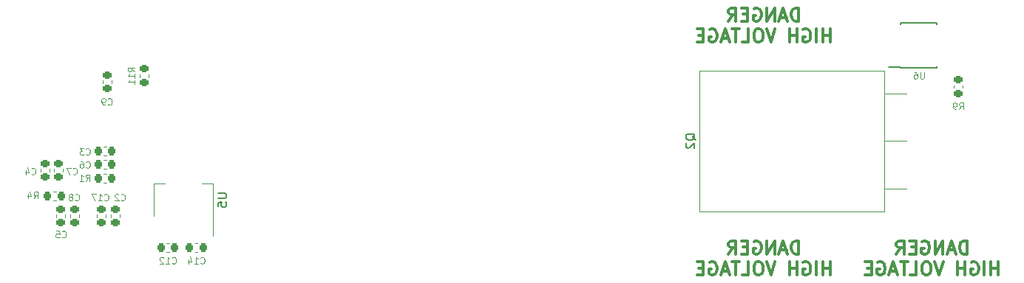
<source format=gbr>
%TF.GenerationSoftware,KiCad,Pcbnew,8.0.7*%
%TF.CreationDate,2025-01-15T10:07:11+01:00*%
%TF.ProjectId,emfi,656d6669-2e6b-4696-9361-645f70636258,0.1*%
%TF.SameCoordinates,Original*%
%TF.FileFunction,Legend,Bot*%
%TF.FilePolarity,Positive*%
%FSLAX46Y46*%
G04 Gerber Fmt 4.6, Leading zero omitted, Abs format (unit mm)*
G04 Created by KiCad (PCBNEW 8.0.7) date 2025-01-15 10:07:11*
%MOMM*%
%LPD*%
G01*
G04 APERTURE LIST*
G04 Aperture macros list*
%AMRoundRect*
0 Rectangle with rounded corners*
0 $1 Rounding radius*
0 $2 $3 $4 $5 $6 $7 $8 $9 X,Y pos of 4 corners*
0 Add a 4 corners polygon primitive as box body*
4,1,4,$2,$3,$4,$5,$6,$7,$8,$9,$2,$3,0*
0 Add four circle primitives for the rounded corners*
1,1,$1+$1,$2,$3*
1,1,$1+$1,$4,$5*
1,1,$1+$1,$6,$7*
1,1,$1+$1,$8,$9*
0 Add four rect primitives between the rounded corners*
20,1,$1+$1,$2,$3,$4,$5,0*
20,1,$1+$1,$4,$5,$6,$7,0*
20,1,$1+$1,$6,$7,$8,$9,0*
20,1,$1+$1,$8,$9,$2,$3,0*%
G04 Aperture macros list end*
%ADD10C,0.300000*%
%ADD11C,0.125000*%
%ADD12C,0.150000*%
%ADD13C,0.120000*%
%ADD14R,1.700000X1.700000*%
%ADD15O,1.700000X1.700000*%
%ADD16C,0.800000*%
%ADD17RoundRect,0.218750X-0.218750X-0.256250X0.218750X-0.256250X0.218750X0.256250X-0.218750X0.256250X0*%
%ADD18RoundRect,0.218750X0.256250X-0.218750X0.256250X0.218750X-0.256250X0.218750X-0.256250X-0.218750X0*%
%ADD19RoundRect,0.218750X-0.256250X0.218750X-0.256250X-0.218750X0.256250X-0.218750X0.256250X0.218750X0*%
%ADD20RoundRect,0.218750X0.218750X0.256250X-0.218750X0.256250X-0.218750X-0.256250X0.218750X-0.256250X0*%
%ADD21R,1.500000X2.000000*%
%ADD22R,3.800000X2.000000*%
%ADD23R,1.550000X0.600000*%
%ADD24R,4.500000X2.500000*%
%ADD25O,4.500000X2.500000*%
%ADD26O,1.800000X1.150000*%
%ADD27O,2.000000X1.450000*%
%ADD28O,0.800000X0.800000*%
G04 APERTURE END LIST*
D10*
X146000000Y-59970870D02*
X146000000Y-58470870D01*
X146000000Y-58470870D02*
X145642857Y-58470870D01*
X145642857Y-58470870D02*
X145428571Y-58542299D01*
X145428571Y-58542299D02*
X145285714Y-58685156D01*
X145285714Y-58685156D02*
X145214285Y-58828013D01*
X145214285Y-58828013D02*
X145142857Y-59113727D01*
X145142857Y-59113727D02*
X145142857Y-59328013D01*
X145142857Y-59328013D02*
X145214285Y-59613727D01*
X145214285Y-59613727D02*
X145285714Y-59756584D01*
X145285714Y-59756584D02*
X145428571Y-59899442D01*
X145428571Y-59899442D02*
X145642857Y-59970870D01*
X145642857Y-59970870D02*
X146000000Y-59970870D01*
X144571428Y-59542299D02*
X143857143Y-59542299D01*
X144714285Y-59970870D02*
X144214285Y-58470870D01*
X144214285Y-58470870D02*
X143714285Y-59970870D01*
X143214286Y-59970870D02*
X143214286Y-58470870D01*
X143214286Y-58470870D02*
X142357143Y-59970870D01*
X142357143Y-59970870D02*
X142357143Y-58470870D01*
X140857142Y-58542299D02*
X141000000Y-58470870D01*
X141000000Y-58470870D02*
X141214285Y-58470870D01*
X141214285Y-58470870D02*
X141428571Y-58542299D01*
X141428571Y-58542299D02*
X141571428Y-58685156D01*
X141571428Y-58685156D02*
X141642857Y-58828013D01*
X141642857Y-58828013D02*
X141714285Y-59113727D01*
X141714285Y-59113727D02*
X141714285Y-59328013D01*
X141714285Y-59328013D02*
X141642857Y-59613727D01*
X141642857Y-59613727D02*
X141571428Y-59756584D01*
X141571428Y-59756584D02*
X141428571Y-59899442D01*
X141428571Y-59899442D02*
X141214285Y-59970870D01*
X141214285Y-59970870D02*
X141071428Y-59970870D01*
X141071428Y-59970870D02*
X140857142Y-59899442D01*
X140857142Y-59899442D02*
X140785714Y-59828013D01*
X140785714Y-59828013D02*
X140785714Y-59328013D01*
X140785714Y-59328013D02*
X141071428Y-59328013D01*
X140142857Y-59185156D02*
X139642857Y-59185156D01*
X139428571Y-59970870D02*
X140142857Y-59970870D01*
X140142857Y-59970870D02*
X140142857Y-58470870D01*
X140142857Y-58470870D02*
X139428571Y-58470870D01*
X137928571Y-59970870D02*
X138428571Y-59256584D01*
X138785714Y-59970870D02*
X138785714Y-58470870D01*
X138785714Y-58470870D02*
X138214285Y-58470870D01*
X138214285Y-58470870D02*
X138071428Y-58542299D01*
X138071428Y-58542299D02*
X137999999Y-58613727D01*
X137999999Y-58613727D02*
X137928571Y-58756584D01*
X137928571Y-58756584D02*
X137928571Y-58970870D01*
X137928571Y-58970870D02*
X137999999Y-59113727D01*
X137999999Y-59113727D02*
X138071428Y-59185156D01*
X138071428Y-59185156D02*
X138214285Y-59256584D01*
X138214285Y-59256584D02*
X138785714Y-59256584D01*
X149571429Y-62385786D02*
X149571429Y-60885786D01*
X149571429Y-61600072D02*
X148714286Y-61600072D01*
X148714286Y-62385786D02*
X148714286Y-60885786D01*
X148000000Y-62385786D02*
X148000000Y-60885786D01*
X146499999Y-60957215D02*
X146642857Y-60885786D01*
X146642857Y-60885786D02*
X146857142Y-60885786D01*
X146857142Y-60885786D02*
X147071428Y-60957215D01*
X147071428Y-60957215D02*
X147214285Y-61100072D01*
X147214285Y-61100072D02*
X147285714Y-61242929D01*
X147285714Y-61242929D02*
X147357142Y-61528643D01*
X147357142Y-61528643D02*
X147357142Y-61742929D01*
X147357142Y-61742929D02*
X147285714Y-62028643D01*
X147285714Y-62028643D02*
X147214285Y-62171500D01*
X147214285Y-62171500D02*
X147071428Y-62314358D01*
X147071428Y-62314358D02*
X146857142Y-62385786D01*
X146857142Y-62385786D02*
X146714285Y-62385786D01*
X146714285Y-62385786D02*
X146499999Y-62314358D01*
X146499999Y-62314358D02*
X146428571Y-62242929D01*
X146428571Y-62242929D02*
X146428571Y-61742929D01*
X146428571Y-61742929D02*
X146714285Y-61742929D01*
X145785714Y-62385786D02*
X145785714Y-60885786D01*
X145785714Y-61600072D02*
X144928571Y-61600072D01*
X144928571Y-62385786D02*
X144928571Y-60885786D01*
X143285713Y-60885786D02*
X142785713Y-62385786D01*
X142785713Y-62385786D02*
X142285713Y-60885786D01*
X141499999Y-60885786D02*
X141214285Y-60885786D01*
X141214285Y-60885786D02*
X141071428Y-60957215D01*
X141071428Y-60957215D02*
X140928571Y-61100072D01*
X140928571Y-61100072D02*
X140857142Y-61385786D01*
X140857142Y-61385786D02*
X140857142Y-61885786D01*
X140857142Y-61885786D02*
X140928571Y-62171500D01*
X140928571Y-62171500D02*
X141071428Y-62314358D01*
X141071428Y-62314358D02*
X141214285Y-62385786D01*
X141214285Y-62385786D02*
X141499999Y-62385786D01*
X141499999Y-62385786D02*
X141642857Y-62314358D01*
X141642857Y-62314358D02*
X141785714Y-62171500D01*
X141785714Y-62171500D02*
X141857142Y-61885786D01*
X141857142Y-61885786D02*
X141857142Y-61385786D01*
X141857142Y-61385786D02*
X141785714Y-61100072D01*
X141785714Y-61100072D02*
X141642857Y-60957215D01*
X141642857Y-60957215D02*
X141499999Y-60885786D01*
X139499999Y-62385786D02*
X140214285Y-62385786D01*
X140214285Y-62385786D02*
X140214285Y-60885786D01*
X139214284Y-60885786D02*
X138357142Y-60885786D01*
X138785713Y-62385786D02*
X138785713Y-60885786D01*
X137928570Y-61957215D02*
X137214285Y-61957215D01*
X138071427Y-62385786D02*
X137571427Y-60885786D01*
X137571427Y-60885786D02*
X137071427Y-62385786D01*
X135785713Y-60957215D02*
X135928571Y-60885786D01*
X135928571Y-60885786D02*
X136142856Y-60885786D01*
X136142856Y-60885786D02*
X136357142Y-60957215D01*
X136357142Y-60957215D02*
X136499999Y-61100072D01*
X136499999Y-61100072D02*
X136571428Y-61242929D01*
X136571428Y-61242929D02*
X136642856Y-61528643D01*
X136642856Y-61528643D02*
X136642856Y-61742929D01*
X136642856Y-61742929D02*
X136571428Y-62028643D01*
X136571428Y-62028643D02*
X136499999Y-62171500D01*
X136499999Y-62171500D02*
X136357142Y-62314358D01*
X136357142Y-62314358D02*
X136142856Y-62385786D01*
X136142856Y-62385786D02*
X135999999Y-62385786D01*
X135999999Y-62385786D02*
X135785713Y-62314358D01*
X135785713Y-62314358D02*
X135714285Y-62242929D01*
X135714285Y-62242929D02*
X135714285Y-61742929D01*
X135714285Y-61742929D02*
X135999999Y-61742929D01*
X135071428Y-61600072D02*
X134571428Y-61600072D01*
X134357142Y-62385786D02*
X135071428Y-62385786D01*
X135071428Y-62385786D02*
X135071428Y-60885786D01*
X135071428Y-60885786D02*
X134357142Y-60885786D01*
X146000000Y-33220870D02*
X146000000Y-31720870D01*
X146000000Y-31720870D02*
X145642857Y-31720870D01*
X145642857Y-31720870D02*
X145428571Y-31792299D01*
X145428571Y-31792299D02*
X145285714Y-31935156D01*
X145285714Y-31935156D02*
X145214285Y-32078013D01*
X145214285Y-32078013D02*
X145142857Y-32363727D01*
X145142857Y-32363727D02*
X145142857Y-32578013D01*
X145142857Y-32578013D02*
X145214285Y-32863727D01*
X145214285Y-32863727D02*
X145285714Y-33006584D01*
X145285714Y-33006584D02*
X145428571Y-33149442D01*
X145428571Y-33149442D02*
X145642857Y-33220870D01*
X145642857Y-33220870D02*
X146000000Y-33220870D01*
X144571428Y-32792299D02*
X143857143Y-32792299D01*
X144714285Y-33220870D02*
X144214285Y-31720870D01*
X144214285Y-31720870D02*
X143714285Y-33220870D01*
X143214286Y-33220870D02*
X143214286Y-31720870D01*
X143214286Y-31720870D02*
X142357143Y-33220870D01*
X142357143Y-33220870D02*
X142357143Y-31720870D01*
X140857142Y-31792299D02*
X141000000Y-31720870D01*
X141000000Y-31720870D02*
X141214285Y-31720870D01*
X141214285Y-31720870D02*
X141428571Y-31792299D01*
X141428571Y-31792299D02*
X141571428Y-31935156D01*
X141571428Y-31935156D02*
X141642857Y-32078013D01*
X141642857Y-32078013D02*
X141714285Y-32363727D01*
X141714285Y-32363727D02*
X141714285Y-32578013D01*
X141714285Y-32578013D02*
X141642857Y-32863727D01*
X141642857Y-32863727D02*
X141571428Y-33006584D01*
X141571428Y-33006584D02*
X141428571Y-33149442D01*
X141428571Y-33149442D02*
X141214285Y-33220870D01*
X141214285Y-33220870D02*
X141071428Y-33220870D01*
X141071428Y-33220870D02*
X140857142Y-33149442D01*
X140857142Y-33149442D02*
X140785714Y-33078013D01*
X140785714Y-33078013D02*
X140785714Y-32578013D01*
X140785714Y-32578013D02*
X141071428Y-32578013D01*
X140142857Y-32435156D02*
X139642857Y-32435156D01*
X139428571Y-33220870D02*
X140142857Y-33220870D01*
X140142857Y-33220870D02*
X140142857Y-31720870D01*
X140142857Y-31720870D02*
X139428571Y-31720870D01*
X137928571Y-33220870D02*
X138428571Y-32506584D01*
X138785714Y-33220870D02*
X138785714Y-31720870D01*
X138785714Y-31720870D02*
X138214285Y-31720870D01*
X138214285Y-31720870D02*
X138071428Y-31792299D01*
X138071428Y-31792299D02*
X137999999Y-31863727D01*
X137999999Y-31863727D02*
X137928571Y-32006584D01*
X137928571Y-32006584D02*
X137928571Y-32220870D01*
X137928571Y-32220870D02*
X137999999Y-32363727D01*
X137999999Y-32363727D02*
X138071428Y-32435156D01*
X138071428Y-32435156D02*
X138214285Y-32506584D01*
X138214285Y-32506584D02*
X138785714Y-32506584D01*
X149571429Y-35635786D02*
X149571429Y-34135786D01*
X149571429Y-34850072D02*
X148714286Y-34850072D01*
X148714286Y-35635786D02*
X148714286Y-34135786D01*
X148000000Y-35635786D02*
X148000000Y-34135786D01*
X146499999Y-34207215D02*
X146642857Y-34135786D01*
X146642857Y-34135786D02*
X146857142Y-34135786D01*
X146857142Y-34135786D02*
X147071428Y-34207215D01*
X147071428Y-34207215D02*
X147214285Y-34350072D01*
X147214285Y-34350072D02*
X147285714Y-34492929D01*
X147285714Y-34492929D02*
X147357142Y-34778643D01*
X147357142Y-34778643D02*
X147357142Y-34992929D01*
X147357142Y-34992929D02*
X147285714Y-35278643D01*
X147285714Y-35278643D02*
X147214285Y-35421500D01*
X147214285Y-35421500D02*
X147071428Y-35564358D01*
X147071428Y-35564358D02*
X146857142Y-35635786D01*
X146857142Y-35635786D02*
X146714285Y-35635786D01*
X146714285Y-35635786D02*
X146499999Y-35564358D01*
X146499999Y-35564358D02*
X146428571Y-35492929D01*
X146428571Y-35492929D02*
X146428571Y-34992929D01*
X146428571Y-34992929D02*
X146714285Y-34992929D01*
X145785714Y-35635786D02*
X145785714Y-34135786D01*
X145785714Y-34850072D02*
X144928571Y-34850072D01*
X144928571Y-35635786D02*
X144928571Y-34135786D01*
X143285713Y-34135786D02*
X142785713Y-35635786D01*
X142785713Y-35635786D02*
X142285713Y-34135786D01*
X141499999Y-34135786D02*
X141214285Y-34135786D01*
X141214285Y-34135786D02*
X141071428Y-34207215D01*
X141071428Y-34207215D02*
X140928571Y-34350072D01*
X140928571Y-34350072D02*
X140857142Y-34635786D01*
X140857142Y-34635786D02*
X140857142Y-35135786D01*
X140857142Y-35135786D02*
X140928571Y-35421500D01*
X140928571Y-35421500D02*
X141071428Y-35564358D01*
X141071428Y-35564358D02*
X141214285Y-35635786D01*
X141214285Y-35635786D02*
X141499999Y-35635786D01*
X141499999Y-35635786D02*
X141642857Y-35564358D01*
X141642857Y-35564358D02*
X141785714Y-35421500D01*
X141785714Y-35421500D02*
X141857142Y-35135786D01*
X141857142Y-35135786D02*
X141857142Y-34635786D01*
X141857142Y-34635786D02*
X141785714Y-34350072D01*
X141785714Y-34350072D02*
X141642857Y-34207215D01*
X141642857Y-34207215D02*
X141499999Y-34135786D01*
X139499999Y-35635786D02*
X140214285Y-35635786D01*
X140214285Y-35635786D02*
X140214285Y-34135786D01*
X139214284Y-34135786D02*
X138357142Y-34135786D01*
X138785713Y-35635786D02*
X138785713Y-34135786D01*
X137928570Y-35207215D02*
X137214285Y-35207215D01*
X138071427Y-35635786D02*
X137571427Y-34135786D01*
X137571427Y-34135786D02*
X137071427Y-35635786D01*
X135785713Y-34207215D02*
X135928571Y-34135786D01*
X135928571Y-34135786D02*
X136142856Y-34135786D01*
X136142856Y-34135786D02*
X136357142Y-34207215D01*
X136357142Y-34207215D02*
X136499999Y-34350072D01*
X136499999Y-34350072D02*
X136571428Y-34492929D01*
X136571428Y-34492929D02*
X136642856Y-34778643D01*
X136642856Y-34778643D02*
X136642856Y-34992929D01*
X136642856Y-34992929D02*
X136571428Y-35278643D01*
X136571428Y-35278643D02*
X136499999Y-35421500D01*
X136499999Y-35421500D02*
X136357142Y-35564358D01*
X136357142Y-35564358D02*
X136142856Y-35635786D01*
X136142856Y-35635786D02*
X135999999Y-35635786D01*
X135999999Y-35635786D02*
X135785713Y-35564358D01*
X135785713Y-35564358D02*
X135714285Y-35492929D01*
X135714285Y-35492929D02*
X135714285Y-34992929D01*
X135714285Y-34992929D02*
X135999999Y-34992929D01*
X135071428Y-34850072D02*
X134571428Y-34850072D01*
X134357142Y-35635786D02*
X135071428Y-35635786D01*
X135071428Y-35635786D02*
X135071428Y-34135786D01*
X135071428Y-34135786D02*
X134357142Y-34135786D01*
X165250000Y-59970870D02*
X165250000Y-58470870D01*
X165250000Y-58470870D02*
X164892857Y-58470870D01*
X164892857Y-58470870D02*
X164678571Y-58542299D01*
X164678571Y-58542299D02*
X164535714Y-58685156D01*
X164535714Y-58685156D02*
X164464285Y-58828013D01*
X164464285Y-58828013D02*
X164392857Y-59113727D01*
X164392857Y-59113727D02*
X164392857Y-59328013D01*
X164392857Y-59328013D02*
X164464285Y-59613727D01*
X164464285Y-59613727D02*
X164535714Y-59756584D01*
X164535714Y-59756584D02*
X164678571Y-59899442D01*
X164678571Y-59899442D02*
X164892857Y-59970870D01*
X164892857Y-59970870D02*
X165250000Y-59970870D01*
X163821428Y-59542299D02*
X163107143Y-59542299D01*
X163964285Y-59970870D02*
X163464285Y-58470870D01*
X163464285Y-58470870D02*
X162964285Y-59970870D01*
X162464286Y-59970870D02*
X162464286Y-58470870D01*
X162464286Y-58470870D02*
X161607143Y-59970870D01*
X161607143Y-59970870D02*
X161607143Y-58470870D01*
X160107142Y-58542299D02*
X160250000Y-58470870D01*
X160250000Y-58470870D02*
X160464285Y-58470870D01*
X160464285Y-58470870D02*
X160678571Y-58542299D01*
X160678571Y-58542299D02*
X160821428Y-58685156D01*
X160821428Y-58685156D02*
X160892857Y-58828013D01*
X160892857Y-58828013D02*
X160964285Y-59113727D01*
X160964285Y-59113727D02*
X160964285Y-59328013D01*
X160964285Y-59328013D02*
X160892857Y-59613727D01*
X160892857Y-59613727D02*
X160821428Y-59756584D01*
X160821428Y-59756584D02*
X160678571Y-59899442D01*
X160678571Y-59899442D02*
X160464285Y-59970870D01*
X160464285Y-59970870D02*
X160321428Y-59970870D01*
X160321428Y-59970870D02*
X160107142Y-59899442D01*
X160107142Y-59899442D02*
X160035714Y-59828013D01*
X160035714Y-59828013D02*
X160035714Y-59328013D01*
X160035714Y-59328013D02*
X160321428Y-59328013D01*
X159392857Y-59185156D02*
X158892857Y-59185156D01*
X158678571Y-59970870D02*
X159392857Y-59970870D01*
X159392857Y-59970870D02*
X159392857Y-58470870D01*
X159392857Y-58470870D02*
X158678571Y-58470870D01*
X157178571Y-59970870D02*
X157678571Y-59256584D01*
X158035714Y-59970870D02*
X158035714Y-58470870D01*
X158035714Y-58470870D02*
X157464285Y-58470870D01*
X157464285Y-58470870D02*
X157321428Y-58542299D01*
X157321428Y-58542299D02*
X157249999Y-58613727D01*
X157249999Y-58613727D02*
X157178571Y-58756584D01*
X157178571Y-58756584D02*
X157178571Y-58970870D01*
X157178571Y-58970870D02*
X157249999Y-59113727D01*
X157249999Y-59113727D02*
X157321428Y-59185156D01*
X157321428Y-59185156D02*
X157464285Y-59256584D01*
X157464285Y-59256584D02*
X158035714Y-59256584D01*
X168821429Y-62385786D02*
X168821429Y-60885786D01*
X168821429Y-61600072D02*
X167964286Y-61600072D01*
X167964286Y-62385786D02*
X167964286Y-60885786D01*
X167250000Y-62385786D02*
X167250000Y-60885786D01*
X165749999Y-60957215D02*
X165892857Y-60885786D01*
X165892857Y-60885786D02*
X166107142Y-60885786D01*
X166107142Y-60885786D02*
X166321428Y-60957215D01*
X166321428Y-60957215D02*
X166464285Y-61100072D01*
X166464285Y-61100072D02*
X166535714Y-61242929D01*
X166535714Y-61242929D02*
X166607142Y-61528643D01*
X166607142Y-61528643D02*
X166607142Y-61742929D01*
X166607142Y-61742929D02*
X166535714Y-62028643D01*
X166535714Y-62028643D02*
X166464285Y-62171500D01*
X166464285Y-62171500D02*
X166321428Y-62314358D01*
X166321428Y-62314358D02*
X166107142Y-62385786D01*
X166107142Y-62385786D02*
X165964285Y-62385786D01*
X165964285Y-62385786D02*
X165749999Y-62314358D01*
X165749999Y-62314358D02*
X165678571Y-62242929D01*
X165678571Y-62242929D02*
X165678571Y-61742929D01*
X165678571Y-61742929D02*
X165964285Y-61742929D01*
X165035714Y-62385786D02*
X165035714Y-60885786D01*
X165035714Y-61600072D02*
X164178571Y-61600072D01*
X164178571Y-62385786D02*
X164178571Y-60885786D01*
X162535713Y-60885786D02*
X162035713Y-62385786D01*
X162035713Y-62385786D02*
X161535713Y-60885786D01*
X160749999Y-60885786D02*
X160464285Y-60885786D01*
X160464285Y-60885786D02*
X160321428Y-60957215D01*
X160321428Y-60957215D02*
X160178571Y-61100072D01*
X160178571Y-61100072D02*
X160107142Y-61385786D01*
X160107142Y-61385786D02*
X160107142Y-61885786D01*
X160107142Y-61885786D02*
X160178571Y-62171500D01*
X160178571Y-62171500D02*
X160321428Y-62314358D01*
X160321428Y-62314358D02*
X160464285Y-62385786D01*
X160464285Y-62385786D02*
X160749999Y-62385786D01*
X160749999Y-62385786D02*
X160892857Y-62314358D01*
X160892857Y-62314358D02*
X161035714Y-62171500D01*
X161035714Y-62171500D02*
X161107142Y-61885786D01*
X161107142Y-61885786D02*
X161107142Y-61385786D01*
X161107142Y-61385786D02*
X161035714Y-61100072D01*
X161035714Y-61100072D02*
X160892857Y-60957215D01*
X160892857Y-60957215D02*
X160749999Y-60885786D01*
X158749999Y-62385786D02*
X159464285Y-62385786D01*
X159464285Y-62385786D02*
X159464285Y-60885786D01*
X158464284Y-60885786D02*
X157607142Y-60885786D01*
X158035713Y-62385786D02*
X158035713Y-60885786D01*
X157178570Y-61957215D02*
X156464285Y-61957215D01*
X157321427Y-62385786D02*
X156821427Y-60885786D01*
X156821427Y-60885786D02*
X156321427Y-62385786D01*
X155035713Y-60957215D02*
X155178571Y-60885786D01*
X155178571Y-60885786D02*
X155392856Y-60885786D01*
X155392856Y-60885786D02*
X155607142Y-60957215D01*
X155607142Y-60957215D02*
X155749999Y-61100072D01*
X155749999Y-61100072D02*
X155821428Y-61242929D01*
X155821428Y-61242929D02*
X155892856Y-61528643D01*
X155892856Y-61528643D02*
X155892856Y-61742929D01*
X155892856Y-61742929D02*
X155821428Y-62028643D01*
X155821428Y-62028643D02*
X155749999Y-62171500D01*
X155749999Y-62171500D02*
X155607142Y-62314358D01*
X155607142Y-62314358D02*
X155392856Y-62385786D01*
X155392856Y-62385786D02*
X155249999Y-62385786D01*
X155249999Y-62385786D02*
X155035713Y-62314358D01*
X155035713Y-62314358D02*
X154964285Y-62242929D01*
X154964285Y-62242929D02*
X154964285Y-61742929D01*
X154964285Y-61742929D02*
X155249999Y-61742929D01*
X154321428Y-61600072D02*
X153821428Y-61600072D01*
X153607142Y-62385786D02*
X154321428Y-62385786D01*
X154321428Y-62385786D02*
X154321428Y-60885786D01*
X154321428Y-60885786D02*
X153607142Y-60885786D01*
D11*
X77482143Y-61019035D02*
X77517857Y-61054750D01*
X77517857Y-61054750D02*
X77625000Y-61090464D01*
X77625000Y-61090464D02*
X77696428Y-61090464D01*
X77696428Y-61090464D02*
X77803571Y-61054750D01*
X77803571Y-61054750D02*
X77875000Y-60983321D01*
X77875000Y-60983321D02*
X77910714Y-60911892D01*
X77910714Y-60911892D02*
X77946428Y-60769035D01*
X77946428Y-60769035D02*
X77946428Y-60661892D01*
X77946428Y-60661892D02*
X77910714Y-60519035D01*
X77910714Y-60519035D02*
X77875000Y-60447607D01*
X77875000Y-60447607D02*
X77803571Y-60376178D01*
X77803571Y-60376178D02*
X77696428Y-60340464D01*
X77696428Y-60340464D02*
X77625000Y-60340464D01*
X77625000Y-60340464D02*
X77517857Y-60376178D01*
X77517857Y-60376178D02*
X77482143Y-60411892D01*
X76767857Y-61090464D02*
X77196428Y-61090464D01*
X76982143Y-61090464D02*
X76982143Y-60340464D01*
X76982143Y-60340464D02*
X77053571Y-60447607D01*
X77053571Y-60447607D02*
X77125000Y-60519035D01*
X77125000Y-60519035D02*
X77196428Y-60554750D01*
X76125000Y-60590464D02*
X76125000Y-61090464D01*
X76303571Y-60304750D02*
X76482142Y-60840464D01*
X76482142Y-60840464D02*
X76017857Y-60840464D01*
X74232143Y-61019035D02*
X74267857Y-61054750D01*
X74267857Y-61054750D02*
X74375000Y-61090464D01*
X74375000Y-61090464D02*
X74446428Y-61090464D01*
X74446428Y-61090464D02*
X74553571Y-61054750D01*
X74553571Y-61054750D02*
X74625000Y-60983321D01*
X74625000Y-60983321D02*
X74660714Y-60911892D01*
X74660714Y-60911892D02*
X74696428Y-60769035D01*
X74696428Y-60769035D02*
X74696428Y-60661892D01*
X74696428Y-60661892D02*
X74660714Y-60519035D01*
X74660714Y-60519035D02*
X74625000Y-60447607D01*
X74625000Y-60447607D02*
X74553571Y-60376178D01*
X74553571Y-60376178D02*
X74446428Y-60340464D01*
X74446428Y-60340464D02*
X74375000Y-60340464D01*
X74375000Y-60340464D02*
X74267857Y-60376178D01*
X74267857Y-60376178D02*
X74232143Y-60411892D01*
X73517857Y-61090464D02*
X73946428Y-61090464D01*
X73732143Y-61090464D02*
X73732143Y-60340464D01*
X73732143Y-60340464D02*
X73803571Y-60447607D01*
X73803571Y-60447607D02*
X73875000Y-60519035D01*
X73875000Y-60519035D02*
X73946428Y-60554750D01*
X73232142Y-60411892D02*
X73196428Y-60376178D01*
X73196428Y-60376178D02*
X73125000Y-60340464D01*
X73125000Y-60340464D02*
X72946428Y-60340464D01*
X72946428Y-60340464D02*
X72875000Y-60376178D01*
X72875000Y-60376178D02*
X72839285Y-60411892D01*
X72839285Y-60411892D02*
X72803571Y-60483321D01*
X72803571Y-60483321D02*
X72803571Y-60554750D01*
X72803571Y-60554750D02*
X72839285Y-60661892D01*
X72839285Y-60661892D02*
X73267857Y-61090464D01*
X73267857Y-61090464D02*
X72803571Y-61090464D01*
X64375000Y-51590464D02*
X64625000Y-51233321D01*
X64803571Y-51590464D02*
X64803571Y-50840464D01*
X64803571Y-50840464D02*
X64517857Y-50840464D01*
X64517857Y-50840464D02*
X64446428Y-50876178D01*
X64446428Y-50876178D02*
X64410714Y-50911892D01*
X64410714Y-50911892D02*
X64375000Y-50983321D01*
X64375000Y-50983321D02*
X64375000Y-51090464D01*
X64375000Y-51090464D02*
X64410714Y-51161892D01*
X64410714Y-51161892D02*
X64446428Y-51197607D01*
X64446428Y-51197607D02*
X64517857Y-51233321D01*
X64517857Y-51233321D02*
X64803571Y-51233321D01*
X63660714Y-51590464D02*
X64089285Y-51590464D01*
X63875000Y-51590464D02*
X63875000Y-50840464D01*
X63875000Y-50840464D02*
X63946428Y-50947607D01*
X63946428Y-50947607D02*
X64017857Y-51019035D01*
X64017857Y-51019035D02*
X64089285Y-51054750D01*
X61625000Y-58019035D02*
X61660714Y-58054750D01*
X61660714Y-58054750D02*
X61767857Y-58090464D01*
X61767857Y-58090464D02*
X61839285Y-58090464D01*
X61839285Y-58090464D02*
X61946428Y-58054750D01*
X61946428Y-58054750D02*
X62017857Y-57983321D01*
X62017857Y-57983321D02*
X62053571Y-57911892D01*
X62053571Y-57911892D02*
X62089285Y-57769035D01*
X62089285Y-57769035D02*
X62089285Y-57661892D01*
X62089285Y-57661892D02*
X62053571Y-57519035D01*
X62053571Y-57519035D02*
X62017857Y-57447607D01*
X62017857Y-57447607D02*
X61946428Y-57376178D01*
X61946428Y-57376178D02*
X61839285Y-57340464D01*
X61839285Y-57340464D02*
X61767857Y-57340464D01*
X61767857Y-57340464D02*
X61660714Y-57376178D01*
X61660714Y-57376178D02*
X61625000Y-57411892D01*
X60946428Y-57340464D02*
X61303571Y-57340464D01*
X61303571Y-57340464D02*
X61339285Y-57697607D01*
X61339285Y-57697607D02*
X61303571Y-57661892D01*
X61303571Y-57661892D02*
X61232143Y-57626178D01*
X61232143Y-57626178D02*
X61053571Y-57626178D01*
X61053571Y-57626178D02*
X60982143Y-57661892D01*
X60982143Y-57661892D02*
X60946428Y-57697607D01*
X60946428Y-57697607D02*
X60910714Y-57769035D01*
X60910714Y-57769035D02*
X60910714Y-57947607D01*
X60910714Y-57947607D02*
X60946428Y-58019035D01*
X60946428Y-58019035D02*
X60982143Y-58054750D01*
X60982143Y-58054750D02*
X61053571Y-58090464D01*
X61053571Y-58090464D02*
X61232143Y-58090464D01*
X61232143Y-58090464D02*
X61303571Y-58054750D01*
X61303571Y-58054750D02*
X61339285Y-58019035D01*
X63125000Y-53769035D02*
X63160714Y-53804750D01*
X63160714Y-53804750D02*
X63267857Y-53840464D01*
X63267857Y-53840464D02*
X63339285Y-53840464D01*
X63339285Y-53840464D02*
X63446428Y-53804750D01*
X63446428Y-53804750D02*
X63517857Y-53733321D01*
X63517857Y-53733321D02*
X63553571Y-53661892D01*
X63553571Y-53661892D02*
X63589285Y-53519035D01*
X63589285Y-53519035D02*
X63589285Y-53411892D01*
X63589285Y-53411892D02*
X63553571Y-53269035D01*
X63553571Y-53269035D02*
X63517857Y-53197607D01*
X63517857Y-53197607D02*
X63446428Y-53126178D01*
X63446428Y-53126178D02*
X63339285Y-53090464D01*
X63339285Y-53090464D02*
X63267857Y-53090464D01*
X63267857Y-53090464D02*
X63160714Y-53126178D01*
X63160714Y-53126178D02*
X63125000Y-53161892D01*
X62696428Y-53411892D02*
X62767857Y-53376178D01*
X62767857Y-53376178D02*
X62803571Y-53340464D01*
X62803571Y-53340464D02*
X62839285Y-53269035D01*
X62839285Y-53269035D02*
X62839285Y-53233321D01*
X62839285Y-53233321D02*
X62803571Y-53161892D01*
X62803571Y-53161892D02*
X62767857Y-53126178D01*
X62767857Y-53126178D02*
X62696428Y-53090464D01*
X62696428Y-53090464D02*
X62553571Y-53090464D01*
X62553571Y-53090464D02*
X62482143Y-53126178D01*
X62482143Y-53126178D02*
X62446428Y-53161892D01*
X62446428Y-53161892D02*
X62410714Y-53233321D01*
X62410714Y-53233321D02*
X62410714Y-53269035D01*
X62410714Y-53269035D02*
X62446428Y-53340464D01*
X62446428Y-53340464D02*
X62482143Y-53376178D01*
X62482143Y-53376178D02*
X62553571Y-53411892D01*
X62553571Y-53411892D02*
X62696428Y-53411892D01*
X62696428Y-53411892D02*
X62767857Y-53447607D01*
X62767857Y-53447607D02*
X62803571Y-53483321D01*
X62803571Y-53483321D02*
X62839285Y-53554750D01*
X62839285Y-53554750D02*
X62839285Y-53697607D01*
X62839285Y-53697607D02*
X62803571Y-53769035D01*
X62803571Y-53769035D02*
X62767857Y-53804750D01*
X62767857Y-53804750D02*
X62696428Y-53840464D01*
X62696428Y-53840464D02*
X62553571Y-53840464D01*
X62553571Y-53840464D02*
X62482143Y-53804750D01*
X62482143Y-53804750D02*
X62446428Y-53769035D01*
X62446428Y-53769035D02*
X62410714Y-53697607D01*
X62410714Y-53697607D02*
X62410714Y-53554750D01*
X62410714Y-53554750D02*
X62446428Y-53483321D01*
X62446428Y-53483321D02*
X62482143Y-53447607D01*
X62482143Y-53447607D02*
X62553571Y-53411892D01*
X66875000Y-42769035D02*
X66910714Y-42804750D01*
X66910714Y-42804750D02*
X67017857Y-42840464D01*
X67017857Y-42840464D02*
X67089285Y-42840464D01*
X67089285Y-42840464D02*
X67196428Y-42804750D01*
X67196428Y-42804750D02*
X67267857Y-42733321D01*
X67267857Y-42733321D02*
X67303571Y-42661892D01*
X67303571Y-42661892D02*
X67339285Y-42519035D01*
X67339285Y-42519035D02*
X67339285Y-42411892D01*
X67339285Y-42411892D02*
X67303571Y-42269035D01*
X67303571Y-42269035D02*
X67267857Y-42197607D01*
X67267857Y-42197607D02*
X67196428Y-42126178D01*
X67196428Y-42126178D02*
X67089285Y-42090464D01*
X67089285Y-42090464D02*
X67017857Y-42090464D01*
X67017857Y-42090464D02*
X66910714Y-42126178D01*
X66910714Y-42126178D02*
X66875000Y-42161892D01*
X66517857Y-42840464D02*
X66375000Y-42840464D01*
X66375000Y-42840464D02*
X66303571Y-42804750D01*
X66303571Y-42804750D02*
X66267857Y-42769035D01*
X66267857Y-42769035D02*
X66196428Y-42661892D01*
X66196428Y-42661892D02*
X66160714Y-42519035D01*
X66160714Y-42519035D02*
X66160714Y-42233321D01*
X66160714Y-42233321D02*
X66196428Y-42161892D01*
X66196428Y-42161892D02*
X66232143Y-42126178D01*
X66232143Y-42126178D02*
X66303571Y-42090464D01*
X66303571Y-42090464D02*
X66446428Y-42090464D01*
X66446428Y-42090464D02*
X66517857Y-42126178D01*
X66517857Y-42126178D02*
X66553571Y-42161892D01*
X66553571Y-42161892D02*
X66589285Y-42233321D01*
X66589285Y-42233321D02*
X66589285Y-42411892D01*
X66589285Y-42411892D02*
X66553571Y-42483321D01*
X66553571Y-42483321D02*
X66517857Y-42519035D01*
X66517857Y-42519035D02*
X66446428Y-42554750D01*
X66446428Y-42554750D02*
X66303571Y-42554750D01*
X66303571Y-42554750D02*
X66232143Y-42519035D01*
X66232143Y-42519035D02*
X66196428Y-42483321D01*
X66196428Y-42483321D02*
X66160714Y-42411892D01*
X64375000Y-48519035D02*
X64410714Y-48554750D01*
X64410714Y-48554750D02*
X64517857Y-48590464D01*
X64517857Y-48590464D02*
X64589285Y-48590464D01*
X64589285Y-48590464D02*
X64696428Y-48554750D01*
X64696428Y-48554750D02*
X64767857Y-48483321D01*
X64767857Y-48483321D02*
X64803571Y-48411892D01*
X64803571Y-48411892D02*
X64839285Y-48269035D01*
X64839285Y-48269035D02*
X64839285Y-48161892D01*
X64839285Y-48161892D02*
X64803571Y-48019035D01*
X64803571Y-48019035D02*
X64767857Y-47947607D01*
X64767857Y-47947607D02*
X64696428Y-47876178D01*
X64696428Y-47876178D02*
X64589285Y-47840464D01*
X64589285Y-47840464D02*
X64517857Y-47840464D01*
X64517857Y-47840464D02*
X64410714Y-47876178D01*
X64410714Y-47876178D02*
X64375000Y-47911892D01*
X64125000Y-47840464D02*
X63660714Y-47840464D01*
X63660714Y-47840464D02*
X63910714Y-48126178D01*
X63910714Y-48126178D02*
X63803571Y-48126178D01*
X63803571Y-48126178D02*
X63732143Y-48161892D01*
X63732143Y-48161892D02*
X63696428Y-48197607D01*
X63696428Y-48197607D02*
X63660714Y-48269035D01*
X63660714Y-48269035D02*
X63660714Y-48447607D01*
X63660714Y-48447607D02*
X63696428Y-48519035D01*
X63696428Y-48519035D02*
X63732143Y-48554750D01*
X63732143Y-48554750D02*
X63803571Y-48590464D01*
X63803571Y-48590464D02*
X64017857Y-48590464D01*
X64017857Y-48590464D02*
X64089285Y-48554750D01*
X64089285Y-48554750D02*
X64125000Y-48519035D01*
X68375000Y-53769035D02*
X68410714Y-53804750D01*
X68410714Y-53804750D02*
X68517857Y-53840464D01*
X68517857Y-53840464D02*
X68589285Y-53840464D01*
X68589285Y-53840464D02*
X68696428Y-53804750D01*
X68696428Y-53804750D02*
X68767857Y-53733321D01*
X68767857Y-53733321D02*
X68803571Y-53661892D01*
X68803571Y-53661892D02*
X68839285Y-53519035D01*
X68839285Y-53519035D02*
X68839285Y-53411892D01*
X68839285Y-53411892D02*
X68803571Y-53269035D01*
X68803571Y-53269035D02*
X68767857Y-53197607D01*
X68767857Y-53197607D02*
X68696428Y-53126178D01*
X68696428Y-53126178D02*
X68589285Y-53090464D01*
X68589285Y-53090464D02*
X68517857Y-53090464D01*
X68517857Y-53090464D02*
X68410714Y-53126178D01*
X68410714Y-53126178D02*
X68375000Y-53161892D01*
X68089285Y-53161892D02*
X68053571Y-53126178D01*
X68053571Y-53126178D02*
X67982143Y-53090464D01*
X67982143Y-53090464D02*
X67803571Y-53090464D01*
X67803571Y-53090464D02*
X67732143Y-53126178D01*
X67732143Y-53126178D02*
X67696428Y-53161892D01*
X67696428Y-53161892D02*
X67660714Y-53233321D01*
X67660714Y-53233321D02*
X67660714Y-53304750D01*
X67660714Y-53304750D02*
X67696428Y-53411892D01*
X67696428Y-53411892D02*
X68125000Y-53840464D01*
X68125000Y-53840464D02*
X67660714Y-53840464D01*
X64375000Y-50019035D02*
X64410714Y-50054750D01*
X64410714Y-50054750D02*
X64517857Y-50090464D01*
X64517857Y-50090464D02*
X64589285Y-50090464D01*
X64589285Y-50090464D02*
X64696428Y-50054750D01*
X64696428Y-50054750D02*
X64767857Y-49983321D01*
X64767857Y-49983321D02*
X64803571Y-49911892D01*
X64803571Y-49911892D02*
X64839285Y-49769035D01*
X64839285Y-49769035D02*
X64839285Y-49661892D01*
X64839285Y-49661892D02*
X64803571Y-49519035D01*
X64803571Y-49519035D02*
X64767857Y-49447607D01*
X64767857Y-49447607D02*
X64696428Y-49376178D01*
X64696428Y-49376178D02*
X64589285Y-49340464D01*
X64589285Y-49340464D02*
X64517857Y-49340464D01*
X64517857Y-49340464D02*
X64410714Y-49376178D01*
X64410714Y-49376178D02*
X64375000Y-49411892D01*
X63732143Y-49340464D02*
X63875000Y-49340464D01*
X63875000Y-49340464D02*
X63946428Y-49376178D01*
X63946428Y-49376178D02*
X63982143Y-49411892D01*
X63982143Y-49411892D02*
X64053571Y-49519035D01*
X64053571Y-49519035D02*
X64089285Y-49661892D01*
X64089285Y-49661892D02*
X64089285Y-49947607D01*
X64089285Y-49947607D02*
X64053571Y-50019035D01*
X64053571Y-50019035D02*
X64017857Y-50054750D01*
X64017857Y-50054750D02*
X63946428Y-50090464D01*
X63946428Y-50090464D02*
X63803571Y-50090464D01*
X63803571Y-50090464D02*
X63732143Y-50054750D01*
X63732143Y-50054750D02*
X63696428Y-50019035D01*
X63696428Y-50019035D02*
X63660714Y-49947607D01*
X63660714Y-49947607D02*
X63660714Y-49769035D01*
X63660714Y-49769035D02*
X63696428Y-49697607D01*
X63696428Y-49697607D02*
X63732143Y-49661892D01*
X63732143Y-49661892D02*
X63803571Y-49626178D01*
X63803571Y-49626178D02*
X63946428Y-49626178D01*
X63946428Y-49626178D02*
X64017857Y-49661892D01*
X64017857Y-49661892D02*
X64053571Y-49697607D01*
X64053571Y-49697607D02*
X64089285Y-49769035D01*
X62875000Y-50769035D02*
X62910714Y-50804750D01*
X62910714Y-50804750D02*
X63017857Y-50840464D01*
X63017857Y-50840464D02*
X63089285Y-50840464D01*
X63089285Y-50840464D02*
X63196428Y-50804750D01*
X63196428Y-50804750D02*
X63267857Y-50733321D01*
X63267857Y-50733321D02*
X63303571Y-50661892D01*
X63303571Y-50661892D02*
X63339285Y-50519035D01*
X63339285Y-50519035D02*
X63339285Y-50411892D01*
X63339285Y-50411892D02*
X63303571Y-50269035D01*
X63303571Y-50269035D02*
X63267857Y-50197607D01*
X63267857Y-50197607D02*
X63196428Y-50126178D01*
X63196428Y-50126178D02*
X63089285Y-50090464D01*
X63089285Y-50090464D02*
X63017857Y-50090464D01*
X63017857Y-50090464D02*
X62910714Y-50126178D01*
X62910714Y-50126178D02*
X62875000Y-50161892D01*
X62625000Y-50090464D02*
X62125000Y-50090464D01*
X62125000Y-50090464D02*
X62446428Y-50840464D01*
X66482143Y-53769035D02*
X66517857Y-53804750D01*
X66517857Y-53804750D02*
X66625000Y-53840464D01*
X66625000Y-53840464D02*
X66696428Y-53840464D01*
X66696428Y-53840464D02*
X66803571Y-53804750D01*
X66803571Y-53804750D02*
X66875000Y-53733321D01*
X66875000Y-53733321D02*
X66910714Y-53661892D01*
X66910714Y-53661892D02*
X66946428Y-53519035D01*
X66946428Y-53519035D02*
X66946428Y-53411892D01*
X66946428Y-53411892D02*
X66910714Y-53269035D01*
X66910714Y-53269035D02*
X66875000Y-53197607D01*
X66875000Y-53197607D02*
X66803571Y-53126178D01*
X66803571Y-53126178D02*
X66696428Y-53090464D01*
X66696428Y-53090464D02*
X66625000Y-53090464D01*
X66625000Y-53090464D02*
X66517857Y-53126178D01*
X66517857Y-53126178D02*
X66482143Y-53161892D01*
X65767857Y-53840464D02*
X66196428Y-53840464D01*
X65982143Y-53840464D02*
X65982143Y-53090464D01*
X65982143Y-53090464D02*
X66053571Y-53197607D01*
X66053571Y-53197607D02*
X66125000Y-53269035D01*
X66125000Y-53269035D02*
X66196428Y-53304750D01*
X65517857Y-53090464D02*
X65017857Y-53090464D01*
X65017857Y-53090464D02*
X65339285Y-53840464D01*
X58125000Y-50769035D02*
X58160714Y-50804750D01*
X58160714Y-50804750D02*
X58267857Y-50840464D01*
X58267857Y-50840464D02*
X58339285Y-50840464D01*
X58339285Y-50840464D02*
X58446428Y-50804750D01*
X58446428Y-50804750D02*
X58517857Y-50733321D01*
X58517857Y-50733321D02*
X58553571Y-50661892D01*
X58553571Y-50661892D02*
X58589285Y-50519035D01*
X58589285Y-50519035D02*
X58589285Y-50411892D01*
X58589285Y-50411892D02*
X58553571Y-50269035D01*
X58553571Y-50269035D02*
X58517857Y-50197607D01*
X58517857Y-50197607D02*
X58446428Y-50126178D01*
X58446428Y-50126178D02*
X58339285Y-50090464D01*
X58339285Y-50090464D02*
X58267857Y-50090464D01*
X58267857Y-50090464D02*
X58160714Y-50126178D01*
X58160714Y-50126178D02*
X58125000Y-50161892D01*
X57482143Y-50340464D02*
X57482143Y-50840464D01*
X57660714Y-50054750D02*
X57839285Y-50590464D01*
X57839285Y-50590464D02*
X57375000Y-50590464D01*
X58375000Y-53590464D02*
X58625000Y-53233321D01*
X58803571Y-53590464D02*
X58803571Y-52840464D01*
X58803571Y-52840464D02*
X58517857Y-52840464D01*
X58517857Y-52840464D02*
X58446428Y-52876178D01*
X58446428Y-52876178D02*
X58410714Y-52911892D01*
X58410714Y-52911892D02*
X58375000Y-52983321D01*
X58375000Y-52983321D02*
X58375000Y-53090464D01*
X58375000Y-53090464D02*
X58410714Y-53161892D01*
X58410714Y-53161892D02*
X58446428Y-53197607D01*
X58446428Y-53197607D02*
X58517857Y-53233321D01*
X58517857Y-53233321D02*
X58803571Y-53233321D01*
X57732143Y-53090464D02*
X57732143Y-53590464D01*
X57910714Y-52804750D02*
X58089285Y-53340464D01*
X58089285Y-53340464D02*
X57625000Y-53340464D01*
X164375000Y-43340464D02*
X164625000Y-42983321D01*
X164803571Y-43340464D02*
X164803571Y-42590464D01*
X164803571Y-42590464D02*
X164517857Y-42590464D01*
X164517857Y-42590464D02*
X164446428Y-42626178D01*
X164446428Y-42626178D02*
X164410714Y-42661892D01*
X164410714Y-42661892D02*
X164375000Y-42733321D01*
X164375000Y-42733321D02*
X164375000Y-42840464D01*
X164375000Y-42840464D02*
X164410714Y-42911892D01*
X164410714Y-42911892D02*
X164446428Y-42947607D01*
X164446428Y-42947607D02*
X164517857Y-42983321D01*
X164517857Y-42983321D02*
X164803571Y-42983321D01*
X164017857Y-43340464D02*
X163875000Y-43340464D01*
X163875000Y-43340464D02*
X163803571Y-43304750D01*
X163803571Y-43304750D02*
X163767857Y-43269035D01*
X163767857Y-43269035D02*
X163696428Y-43161892D01*
X163696428Y-43161892D02*
X163660714Y-43019035D01*
X163660714Y-43019035D02*
X163660714Y-42733321D01*
X163660714Y-42733321D02*
X163696428Y-42661892D01*
X163696428Y-42661892D02*
X163732143Y-42626178D01*
X163732143Y-42626178D02*
X163803571Y-42590464D01*
X163803571Y-42590464D02*
X163946428Y-42590464D01*
X163946428Y-42590464D02*
X164017857Y-42626178D01*
X164017857Y-42626178D02*
X164053571Y-42661892D01*
X164053571Y-42661892D02*
X164089285Y-42733321D01*
X164089285Y-42733321D02*
X164089285Y-42911892D01*
X164089285Y-42911892D02*
X164053571Y-42983321D01*
X164053571Y-42983321D02*
X164017857Y-43019035D01*
X164017857Y-43019035D02*
X163946428Y-43054750D01*
X163946428Y-43054750D02*
X163803571Y-43054750D01*
X163803571Y-43054750D02*
X163732143Y-43019035D01*
X163732143Y-43019035D02*
X163696428Y-42983321D01*
X163696428Y-42983321D02*
X163660714Y-42911892D01*
D12*
X79465898Y-53002372D02*
X80275421Y-53002372D01*
X80275421Y-53002372D02*
X80370659Y-53049991D01*
X80370659Y-53049991D02*
X80418279Y-53097610D01*
X80418279Y-53097610D02*
X80465898Y-53192848D01*
X80465898Y-53192848D02*
X80465898Y-53383324D01*
X80465898Y-53383324D02*
X80418279Y-53478562D01*
X80418279Y-53478562D02*
X80370659Y-53526181D01*
X80370659Y-53526181D02*
X80275421Y-53573800D01*
X80275421Y-53573800D02*
X79465898Y-53573800D01*
X79465898Y-54526181D02*
X79465898Y-54049991D01*
X79465898Y-54049991D02*
X79942088Y-54002372D01*
X79942088Y-54002372D02*
X79894469Y-54049991D01*
X79894469Y-54049991D02*
X79846850Y-54145229D01*
X79846850Y-54145229D02*
X79846850Y-54383324D01*
X79846850Y-54383324D02*
X79894469Y-54478562D01*
X79894469Y-54478562D02*
X79942088Y-54526181D01*
X79942088Y-54526181D02*
X80037326Y-54573800D01*
X80037326Y-54573800D02*
X80275421Y-54573800D01*
X80275421Y-54573800D02*
X80370659Y-54526181D01*
X80370659Y-54526181D02*
X80418279Y-54478562D01*
X80418279Y-54478562D02*
X80465898Y-54383324D01*
X80465898Y-54383324D02*
X80465898Y-54145229D01*
X80465898Y-54145229D02*
X80418279Y-54049991D01*
X80418279Y-54049991D02*
X80370659Y-54002372D01*
D11*
X160321428Y-39090464D02*
X160321428Y-39697607D01*
X160321428Y-39697607D02*
X160285714Y-39769035D01*
X160285714Y-39769035D02*
X160250000Y-39804750D01*
X160250000Y-39804750D02*
X160178571Y-39840464D01*
X160178571Y-39840464D02*
X160035714Y-39840464D01*
X160035714Y-39840464D02*
X159964285Y-39804750D01*
X159964285Y-39804750D02*
X159928571Y-39769035D01*
X159928571Y-39769035D02*
X159892857Y-39697607D01*
X159892857Y-39697607D02*
X159892857Y-39090464D01*
X159214286Y-39090464D02*
X159357143Y-39090464D01*
X159357143Y-39090464D02*
X159428571Y-39126178D01*
X159428571Y-39126178D02*
X159464286Y-39161892D01*
X159464286Y-39161892D02*
X159535714Y-39269035D01*
X159535714Y-39269035D02*
X159571428Y-39411892D01*
X159571428Y-39411892D02*
X159571428Y-39697607D01*
X159571428Y-39697607D02*
X159535714Y-39769035D01*
X159535714Y-39769035D02*
X159500000Y-39804750D01*
X159500000Y-39804750D02*
X159428571Y-39840464D01*
X159428571Y-39840464D02*
X159285714Y-39840464D01*
X159285714Y-39840464D02*
X159214286Y-39804750D01*
X159214286Y-39804750D02*
X159178571Y-39769035D01*
X159178571Y-39769035D02*
X159142857Y-39697607D01*
X159142857Y-39697607D02*
X159142857Y-39519035D01*
X159142857Y-39519035D02*
X159178571Y-39447607D01*
X159178571Y-39447607D02*
X159214286Y-39411892D01*
X159214286Y-39411892D02*
X159285714Y-39376178D01*
X159285714Y-39376178D02*
X159428571Y-39376178D01*
X159428571Y-39376178D02*
X159500000Y-39411892D01*
X159500000Y-39411892D02*
X159535714Y-39447607D01*
X159535714Y-39447607D02*
X159571428Y-39519035D01*
X69910464Y-39017856D02*
X69553321Y-38767856D01*
X69910464Y-38589285D02*
X69160464Y-38589285D01*
X69160464Y-38589285D02*
X69160464Y-38874999D01*
X69160464Y-38874999D02*
X69196178Y-38946428D01*
X69196178Y-38946428D02*
X69231892Y-38982142D01*
X69231892Y-38982142D02*
X69303321Y-39017856D01*
X69303321Y-39017856D02*
X69410464Y-39017856D01*
X69410464Y-39017856D02*
X69481892Y-38982142D01*
X69481892Y-38982142D02*
X69517607Y-38946428D01*
X69517607Y-38946428D02*
X69553321Y-38874999D01*
X69553321Y-38874999D02*
X69553321Y-38589285D01*
X69910464Y-39732142D02*
X69910464Y-39303571D01*
X69910464Y-39517856D02*
X69160464Y-39517856D01*
X69160464Y-39517856D02*
X69267607Y-39446428D01*
X69267607Y-39446428D02*
X69339035Y-39374999D01*
X69339035Y-39374999D02*
X69374750Y-39303571D01*
X69910464Y-40446428D02*
X69910464Y-40017857D01*
X69910464Y-40232142D02*
X69160464Y-40232142D01*
X69160464Y-40232142D02*
X69267607Y-40160714D01*
X69267607Y-40160714D02*
X69339035Y-40089285D01*
X69339035Y-40089285D02*
X69374750Y-40017857D01*
D12*
X134150057Y-46904761D02*
X134102438Y-46809523D01*
X134102438Y-46809523D02*
X134007200Y-46714285D01*
X134007200Y-46714285D02*
X133864342Y-46571428D01*
X133864342Y-46571428D02*
X133816723Y-46476190D01*
X133816723Y-46476190D02*
X133816723Y-46380952D01*
X134054819Y-46428571D02*
X134007200Y-46333333D01*
X134007200Y-46333333D02*
X133911961Y-46238095D01*
X133911961Y-46238095D02*
X133721485Y-46190476D01*
X133721485Y-46190476D02*
X133388152Y-46190476D01*
X133388152Y-46190476D02*
X133197676Y-46238095D01*
X133197676Y-46238095D02*
X133102438Y-46333333D01*
X133102438Y-46333333D02*
X133054819Y-46428571D01*
X133054819Y-46428571D02*
X133054819Y-46619047D01*
X133054819Y-46619047D02*
X133102438Y-46714285D01*
X133102438Y-46714285D02*
X133197676Y-46809523D01*
X133197676Y-46809523D02*
X133388152Y-46857142D01*
X133388152Y-46857142D02*
X133721485Y-46857142D01*
X133721485Y-46857142D02*
X133911961Y-46809523D01*
X133911961Y-46809523D02*
X134007200Y-46714285D01*
X134007200Y-46714285D02*
X134054819Y-46619047D01*
X134054819Y-46619047D02*
X134054819Y-46428571D01*
X133150057Y-47238095D02*
X133102438Y-47285714D01*
X133102438Y-47285714D02*
X133054819Y-47380952D01*
X133054819Y-47380952D02*
X133054819Y-47619047D01*
X133054819Y-47619047D02*
X133102438Y-47714285D01*
X133102438Y-47714285D02*
X133150057Y-47761904D01*
X133150057Y-47761904D02*
X133245295Y-47809523D01*
X133245295Y-47809523D02*
X133340533Y-47809523D01*
X133340533Y-47809523D02*
X133483390Y-47761904D01*
X133483390Y-47761904D02*
X134054819Y-47190476D01*
X134054819Y-47190476D02*
X134054819Y-47809523D01*
D13*
%TO.C,C14*%
X76837221Y-58740000D02*
X77162779Y-58740000D01*
X76837221Y-59760000D02*
X77162779Y-59760000D01*
%TO.C,C12*%
X73587221Y-58740000D02*
X73912779Y-58740000D01*
X73587221Y-59760000D02*
X73912779Y-59760000D01*
%TO.C,R1*%
X66387221Y-50740000D02*
X66712779Y-50740000D01*
X66387221Y-51760000D02*
X66712779Y-51760000D01*
%TO.C,C5*%
X60990000Y-55762779D02*
X60990000Y-55437221D01*
X62010000Y-55762779D02*
X62010000Y-55437221D01*
%TO.C,C8*%
X62540000Y-55762779D02*
X62540000Y-55437221D01*
X63560000Y-55762779D02*
X63560000Y-55437221D01*
%TO.C,C9*%
X66290000Y-40037221D02*
X66290000Y-40362779D01*
X67310000Y-40037221D02*
X67310000Y-40362779D01*
%TO.C,C3*%
X66712779Y-47640000D02*
X66387221Y-47640000D01*
X66712779Y-48660000D02*
X66387221Y-48660000D01*
%TO.C,C2*%
X67190000Y-55762779D02*
X67190000Y-55437221D01*
X68210000Y-55762779D02*
X68210000Y-55437221D01*
%TO.C,C6*%
X66712779Y-49190000D02*
X66387221Y-49190000D01*
X66712779Y-50210000D02*
X66387221Y-50210000D01*
%TO.C,C7*%
X60690000Y-50187221D02*
X60690000Y-50512779D01*
X61710000Y-50187221D02*
X61710000Y-50512779D01*
%TO.C,C17*%
X65640000Y-55762779D02*
X65640000Y-55437221D01*
X66660000Y-55762779D02*
X66660000Y-55437221D01*
%TO.C,C4*%
X59140000Y-50187221D02*
X59140000Y-50512779D01*
X60160000Y-50187221D02*
X60160000Y-50512779D01*
%TO.C,R4*%
X60912779Y-52790000D02*
X60587221Y-52790000D01*
X60912779Y-53810000D02*
X60587221Y-53810000D01*
%TO.C,R9*%
X163740000Y-40912779D02*
X163740000Y-40587221D01*
X164760000Y-40912779D02*
X164760000Y-40587221D01*
%TO.C,U5*%
X72101079Y-51854277D02*
X73361079Y-51854277D01*
X72101079Y-55614277D02*
X72101079Y-51854277D01*
X78921079Y-51854277D02*
X77661079Y-51854277D01*
X78921079Y-57864277D02*
X78921079Y-51854277D01*
D12*
%TO.C,U6*%
X157675000Y-33425000D02*
X157675000Y-33570000D01*
X157675000Y-33425000D02*
X161825000Y-33425000D01*
X157675000Y-38525000D02*
X156275000Y-38525000D01*
X157675000Y-38575000D02*
X157675000Y-38525000D01*
X157675000Y-38575000D02*
X161825000Y-38575000D01*
X161825000Y-33425000D02*
X161825000Y-33570000D01*
X161825000Y-38575000D02*
X161825000Y-38430000D01*
D13*
%TO.C,R11*%
X70490000Y-39337221D02*
X70490000Y-39662779D01*
X71510000Y-39337221D02*
X71510000Y-39662779D01*
%TO.C,Q2*%
X134600000Y-38930000D02*
X134600000Y-55070000D01*
X134600000Y-38930000D02*
X155790000Y-38930000D01*
X134600000Y-55070000D02*
X155790000Y-55070000D01*
X155790000Y-38930000D02*
X155790000Y-55070000D01*
X155790000Y-41550000D02*
X158350000Y-41550000D01*
X155790000Y-47000000D02*
X158350000Y-47000000D01*
X155790000Y-52450000D02*
X158350000Y-52450000D01*
%TD*%
%LPC*%
D14*
%TO.C,J5*%
X93500000Y-37750000D03*
D15*
X90960000Y-37750000D03*
X88420000Y-37750000D03*
%TD*%
D14*
%TO.C,J4*%
X55300000Y-56200000D03*
D15*
X55300000Y-53660000D03*
%TD*%
D16*
%TO.C,J2*%
X50050000Y-35440000D03*
X50050000Y-42560000D03*
%TD*%
%TO.C,J3*%
X168500000Y-43560000D03*
X168500000Y-36440000D03*
%TD*%
%TO.C,J6*%
X168500000Y-57560000D03*
X168500000Y-50440000D03*
%TD*%
D17*
%TO.C,C14*%
X76212500Y-59250000D03*
X77787500Y-59250000D03*
%TD*%
%TO.C,C12*%
X72962500Y-59250000D03*
X74537500Y-59250000D03*
%TD*%
%TO.C,R1*%
X65762500Y-51250000D03*
X67337500Y-51250000D03*
%TD*%
D18*
%TO.C,C5*%
X61500000Y-56387500D03*
X61500000Y-54812500D03*
%TD*%
%TO.C,C8*%
X63050000Y-56387500D03*
X63050000Y-54812500D03*
%TD*%
D19*
%TO.C,C9*%
X66800000Y-39412500D03*
X66800000Y-40987500D03*
%TD*%
D20*
%TO.C,C3*%
X67337500Y-48150000D03*
X65762500Y-48150000D03*
%TD*%
D18*
%TO.C,C2*%
X67700000Y-56387500D03*
X67700000Y-54812500D03*
%TD*%
D20*
%TO.C,C6*%
X67337500Y-49700000D03*
X65762500Y-49700000D03*
%TD*%
D19*
%TO.C,C7*%
X61200000Y-49562500D03*
X61200000Y-51137500D03*
%TD*%
D18*
%TO.C,C17*%
X66150000Y-56387500D03*
X66150000Y-54812500D03*
%TD*%
D19*
%TO.C,C4*%
X59650000Y-49562500D03*
X59650000Y-51137500D03*
%TD*%
D20*
%TO.C,R4*%
X61537500Y-53300000D03*
X59962500Y-53300000D03*
%TD*%
D18*
%TO.C,R9*%
X164250000Y-41537500D03*
X164250000Y-39962500D03*
%TD*%
D21*
%TO.C,U5*%
X77811079Y-56914277D03*
X75511079Y-56914277D03*
D22*
X75511079Y-50614277D03*
D21*
X73211079Y-56914277D03*
%TD*%
D23*
%TO.C,U6*%
X157050000Y-37905000D03*
X157050000Y-36635000D03*
X157050000Y-35365000D03*
X157050000Y-34095000D03*
X162450000Y-34095000D03*
X162450000Y-35365000D03*
X162450000Y-36635000D03*
X162450000Y-37905000D03*
%TD*%
D19*
%TO.C,R11*%
X71000000Y-38712500D03*
X71000000Y-40287500D03*
%TD*%
D24*
%TO.C,Q2*%
X160750000Y-41550000D03*
D25*
X160750000Y-47000000D03*
X160750000Y-52450000D03*
%TD*%
D26*
%TO.C,J1*%
X44850000Y-58875000D03*
D27*
X48650000Y-58725000D03*
X48650000Y-51275000D03*
D26*
X44850000Y-51125000D03*
D28*
X47600000Y-57500000D03*
X47600000Y-52500000D03*
%TD*%
%LPD*%
M02*

</source>
